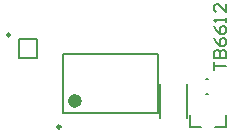
<source format=gto>
G04*
G04 #@! TF.GenerationSoftware,Altium Limited,Altium Designer,23.2.1 (34)*
G04*
G04 Layer_Color=65535*
%FSLAX44Y44*%
%MOMM*%
G71*
G04*
G04 #@! TF.SameCoordinates,7A8B7A28-FB81-42DE-AEC7-513869FFDE84*
G04*
G04*
G04 #@! TF.FilePolarity,Positive*
G04*
G01*
G75*
%ADD10C,0.2500*%
%ADD11C,0.6000*%
%ADD12C,0.2000*%
%ADD13C,0.1524*%
%ADD14C,0.2032*%
D10*
X131740Y111590D02*
G03*
X131740Y111590I-1250J0D01*
G01*
X89040Y189400D02*
G03*
X89040Y189400I-1250J0D01*
G01*
D11*
X146990Y133590D02*
G03*
X146990Y133590I-3000J0D01*
G01*
D12*
X238611Y118819D02*
Y147881D01*
X216049Y118819D02*
Y147881D01*
X133990Y123590D02*
X213990D01*
X133990Y173590D02*
X213990D01*
X133990Y123590D02*
Y173590D01*
X213990Y123590D02*
Y173590D01*
X255195Y139800D02*
X256647D01*
X255195Y152300D02*
X256647D01*
X96340Y169800D02*
Y185800D01*
X111940D01*
X96340Y169800D02*
X111940D01*
Y185800D01*
D13*
X271780Y111506D02*
Y121666D01*
X241300Y111506D02*
X250444D01*
X241300D02*
Y121666D01*
X262636Y111506D02*
X271780D01*
D14*
X262131Y159512D02*
Y166283D01*
Y162898D01*
X272288D01*
X262131Y169669D02*
X272288D01*
Y174747D01*
X270595Y176440D01*
X268902D01*
X267210Y174747D01*
Y169669D01*
Y174747D01*
X265517Y176440D01*
X263824D01*
X262131Y174747D01*
Y169669D01*
Y186597D02*
X263824Y183211D01*
X267210Y179825D01*
X270595D01*
X272288Y181518D01*
Y184904D01*
X270595Y186597D01*
X268902D01*
X267210Y184904D01*
Y179825D01*
X262131Y196753D02*
X263824Y193368D01*
X267210Y189982D01*
X270595D01*
X272288Y191675D01*
Y195061D01*
X270595Y196753D01*
X268902D01*
X267210Y195061D01*
Y189982D01*
X272288Y200139D02*
Y203524D01*
Y201832D01*
X262131D01*
X263824Y200139D01*
X272288Y215374D02*
Y208603D01*
X265517Y215374D01*
X263824D01*
X262131Y213681D01*
Y210296D01*
X263824Y208603D01*
M02*

</source>
